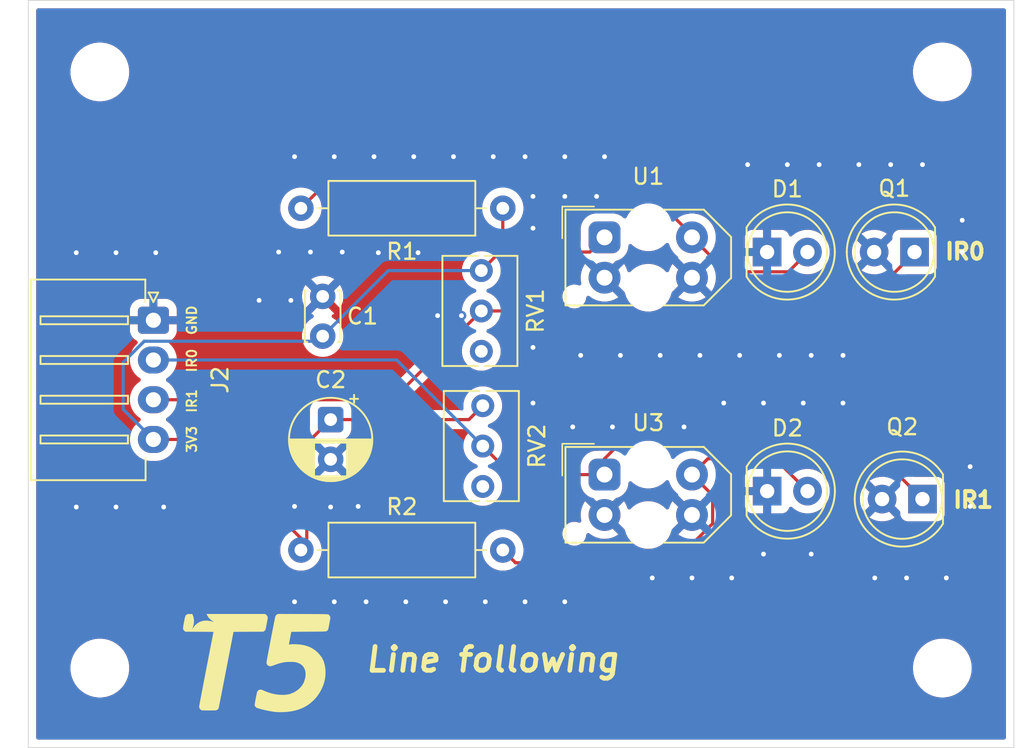
<source format=kicad_pcb>
(kicad_pcb (version 20241229) (generator "pcbnew") (generator_version "9.0")
  (layers (0 "F.Cu" signal) (2 "B.Cu" signal) (13 "F.Paste" user) (15 "B.Paste" user) (5 "F.SilkS" user "F.Silkscreen") (7 "B.SilkS" user "B.Silkscreen") (1 "F.Mask" user) (3 "B.Mask" user) (25 "Edge.Cuts" user))
  (net 0 "")
  (net 1 "+3V3")
  (net 2 "GND")
  (net 3 "Net-(D1-A)")
  (net 4 "Net-(D2-A)")
  (net 7 "Net-(J2-Pin_2)")
  (net 8 "Net-(J2-Pin_3)")
  (footprint "Capacitor_THT:C_Disc_D3.0mm_W2.0mm_P2.50mm" (layer "F.Cu") (at 106.02 103.62 90)
    (property "Reference" "C1" (at 1.25 2.5 0) (layer "F.SilkS"))
    (property "Value" "100nF")
    (fp_line (start 2.87 -1.12) (end 2.87 -0.972) (stroke (width 0.12)) (layer "F.SilkS"))
    (fp_line (start -0.37 -1.12) (end 2.87 -1.12) (stroke (width 0.12)) (layer "F.SilkS"))
    (fp_line (start -0.37 -1.12) (end -0.37 -0.972) (stroke (width 0.12)) (layer "F.SilkS"))
    (fp_line (start 2.87 0.972) (end 2.87 1.12) (stroke (width 0.12)) (layer "F.SilkS"))
    (fp_line (start -0.37 0.972) (end -0.37 1.12) (stroke (width 0.12)) (layer "F.SilkS"))
    (fp_line (start -0.37 1.12) (end 2.87 1.12) (stroke (width 0.12)) (layer "F.SilkS"))
    (pad "1" thru_hole circle (at 0 0 90) (size 1.6 1.6) (drill 0.8) (layers "*.Cu" "*.Mask") (net 1 "+3V3"))
    (pad "2" thru_hole circle (at 2.5 0 90) (size 1.6 1.6) (drill 0.8) (layers "*.Cu" "*.Mask") (net 2 "GND"))
  )
  (footprint "Resistor_THT:R_Axial_DIN0309_L9.0mm_D3.2mm_P12.70mm_Horizontal" (layer "F.Cu") (at 104.65 117.075)
    (property "Reference" "R2" (at 6.35 -2.72 0) (layer "F.SilkS"))
    (property "Value" "330")
    (fp_line (start 1.04 0) (end 1.73 0) (stroke (width 0.12)) (layer "F.SilkS"))
    (fp_line (start 11.66 0) (end 10.97 0) (stroke (width 0.12)) (layer "F.SilkS"))
    (fp_rect (start 1.73 -1.72) (end 10.97 1.72) (stroke (width 0.12)) (fill no) (layer "F.SilkS"))
    (pad "1" thru_hole circle (at 0 0) (size 1.6 1.6) (drill 0.8) (layers "*.Cu" "*.Mask") (net 1 "+3V3"))
    (pad "2" thru_hole circle (at 12.7 0) (size 1.6 1.6) (drill 0.8) (layers "*.Cu" "*.Mask") (net 4 "Net-(D2-A)"))
  )
  (footprint "Capacitor_THT:CP_Radial_D5.0mm_P2.50mm" (layer "F.Cu") (at 106.52 108.87 -90)
    (property "Reference" "C2" (at -2.5 0 0) (layer "F.SilkS"))
    (property "Value" "1uF")
    (fp_line (start 1.49 1.04) (end 1.49 2.569) (stroke (width 0.12)) (layer "F.SilkS"))
    (fp_line (start 1.53 1.04) (end 1.53 2.565) (stroke (width 0.12)) (layer "F.SilkS"))
    (fp_line (start 1.57 1.04) (end 1.57 2.56) (stroke (width 0.12)) (layer "F.SilkS"))
    (fp_line (start 1.61 1.04) (end 1.61 2.555) (stroke (width 0.12)) (layer "F.SilkS"))
    (fp_line (start 1.65 1.04) (end 1.65 2.549) (stroke (width 0.12)) (layer "F.SilkS"))
    (fp_line (start 1.69 1.04) (end 1.69 2.543) (stroke (width 0.12)) (layer "F.SilkS"))
    (fp_line (start 1.73 1.04) (end 1.73 2.536) (stroke (width 0.12)) (layer "F.SilkS"))
    (fp_line (start 1.77 1.04) (end 1.77 2.528) (stroke (width 0.12)) (layer "F.SilkS"))
    (fp_line (start 1.81 1.04) (end 1.81 2.519) (stroke (width 0.12)) (layer "F.SilkS"))
    (fp_line (start 1.85 1.04) (end 1.85 2.51) (stroke (width 0.12)) (layer "F.SilkS"))
    (fp_line (start 1.89 1.04) (end 1.89 2.501) (stroke (width 0.12)) (layer "F.SilkS"))
    (fp_line (start 1.93 1.04) (end 1.93 2.49) (stroke (width 0.12)) (layer "F.SilkS"))
    (fp_line (start 1.97 1.04) (end 1.97 2.479) (stroke (width 0.12)) (layer "F.SilkS"))
    (fp_line (start 2.01 1.04) (end 2.01 2.467) (stroke (width 0.12)) (layer "F.SilkS"))
    (fp_line (start 2.05 1.04) (end 2.05 2.455) (stroke (width 0.12)) (layer "F.SilkS"))
    (fp_line (start 2.09 1.04) (end 2.09 2.442) (stroke (width 0.12)) (layer "F.SilkS"))
    (fp_line (start 2.13 1.04) (end 2.13 2.428) (stroke (width 0.12)) (layer "F.SilkS"))
    (fp_line (start 2.17 1.04) (end 2.17 2.413) (stroke (width 0.12)) (layer "F.SilkS"))
    (fp_line (start 2.21 1.04) (end 2.21 2.398) (stroke (width 0.12)) (layer "F.SilkS"))
    (fp_line (start 2.25 1.04) (end 2.25 2.382) (stroke (width 0.12)) (layer "F.SilkS"))
    (fp_line (start 2.29 1.04) (end 2.29 2.365) (stroke (width 0.12)) (layer "F.SilkS"))
    (fp_line (start 2.33 1.04) (end 2.33 2.347) (stroke (width 0.12)) (layer "F.SilkS"))
    (fp_line (start 2.37 1.04) (end 2.37 2.329) (stroke (width 0.12)) (layer "F.SilkS"))
    (fp_line (start 2.41 1.04) (end 2.41 2.309) (stroke (width 0.12)) (layer "F.SilkS"))
    (fp_line (start 2.45 1.04) (end 2.45 2.289) (stroke (width 0.12)) (layer "F.SilkS"))
    (fp_line (start 2.49 1.04) (end 2.49 2.268) (stroke (width 0.12)) (layer "F.SilkS"))
    (fp_line (start 2.53 1.04) (end 2.53 2.246) (stroke (width 0.12)) (layer "F.SilkS"))
    (fp_line (start 2.57 1.04) (end 2.57 2.223) (stroke (width 0.12)) (layer "F.SilkS"))
    (fp_line (start 2.61 1.04) (end 2.61 2.199) (stroke (width 0.12)) (layer "F.SilkS"))
    (fp_line (start 2.65 1.04) (end 2.65 2.175) (stroke (width 0.12)) (layer "F.SilkS"))
    (fp_line (start 2.69 1.04) (end 2.69 2.149) (stroke (width 0.12)) (layer "F.SilkS"))
    (fp_line (start 2.73 1.04) (end 2.73 2.122) (stroke (width 0.12)) (layer "F.SilkS"))
    (fp_line (start 2.77 1.04) (end 2.77 2.094) (stroke (width 0.12)) (layer "F.SilkS"))
    (fp_line (start 2.81 1.04) (end 2.81 2.065) (stroke (width 0.12)) (layer "F.SilkS"))
    (fp_line (start 2.85 1.04) (end 2.85 2.035) (stroke (width 0.12)) (layer "F.SilkS"))
    (fp_line (start 2.89 1.04) (end 2.89 2.003) (stroke (width 0.12)) (layer "F.SilkS"))
    (fp_line (start 2.93 1.04) (end 2.93 1.97) (stroke (width 0.12)) (layer "F.SilkS"))
    (fp_line (start 2.97 1.04) (end 2.97 1.936) (stroke (width 0.12)) (layer "F.SilkS"))
    (fp_line (start 3.01 1.04) (end 3.01 1.901) (stroke (width 0.12)) (layer "F.SilkS"))
    (fp_line (start 3.05 1.04) (end 3.05 1.864) (stroke (width 0.12)) (layer "F.SilkS"))
    (fp_line (start 3.09 1.04) (end 3.09 1.825) (stroke (width 0.12)) (layer "F.SilkS"))
    (fp_line (start 3.13 1.04) (end 3.13 1.785) (stroke (width 0.12)) (layer "F.SilkS"))
    (fp_line (start 3.17 1.04) (end 3.17 1.743) (stroke (width 0.12)) (layer "F.SilkS"))
    (fp_line (start 3.21 1.04) (end 3.21 1.699) (stroke (width 0.12)) (layer "F.SilkS"))
    (fp_line (start 3.25 1.04) (end 3.25 1.652) (stroke (width 0.12)) (layer "F.SilkS"))
    (fp_line (start 3.29 1.04) (end 3.29 1.604) (stroke (width 0.12)) (layer "F.SilkS"))
    (fp_line (start 3.33 1.04) (end 3.33 1.553) (stroke (width 0.12)) (layer "F.SilkS"))
    (fp_line (start 3.37 1.04) (end 3.37 1.499) (stroke (width 0.12)) (layer "F.SilkS"))
    (fp_line (start 3.41 1.04) (end 3.41 1.443) (stroke (width 0.12)) (layer "F.SilkS"))
    (fp_line (start 3.45 1.04) (end 3.45 1.383) (stroke (width 0.12)) (layer "F.SilkS"))
    (fp_line (start 3.49 1.04) (end 3.49 1.319) (stroke (width 0.12)) (layer "F.SilkS"))
    (fp_line (start 3.53 1.04) (end 3.53 1.251) (stroke (width 0.12)) (layer "F.SilkS"))
    (fp_line (start 3.85 -0.283) (end 3.85 0.283) (stroke (width 0.12)) (layer "F.SilkS"))
    (fp_line (start 3.81 -0.517) (end 3.81 0.517) (stroke (width 0.12)) (layer "F.SilkS"))
    (fp_line (start 3.77 -0.677) (end 3.77 0.677) (stroke (width 0.12)) (layer "F.SilkS"))
    (fp_line (start 3.73 -0.805) (end 3.73 0.805) (stroke (width 0.12)) (layer "F.SilkS"))
    (fp_line (start 3.69 -0.914) (end 3.69 0.914) (stroke (width 0.12)) (layer "F.SilkS"))
    (fp_line (start 3.65 -1.011) (end 3.65 1.011) (stroke (width 0.12)) (layer "F.SilkS"))
    (fp_line (start 3.61 -1.098) (end 3.61 1.098) (stroke (width 0.12)) (layer "F.SilkS"))
    (fp_line (start 3.57 -1.177) (end 3.57 1.177) (stroke (width 0.12)) (layer "F.SilkS"))
    (fp_line (start 3.53 -1.251) (end 3.53 -1.04) (stroke (width 0.12)) (layer "F.SilkS"))
    (fp_line (start 3.49 -1.319) (end 3.49 -1.04) (stroke (width 0.12)) (layer "F.SilkS"))
    (fp_line (start 3.45 -1.383) (end 3.45 -1.04) (stroke (width 0.12)) (layer "F.SilkS"))
    (fp_line (start 3.41 -1.443) (end 3.41 -1.04) (stroke (width 0.12)) (layer "F.SilkS"))
    (fp_line (start -1.554775 -1.475) (end -1.054775 -1.475) (stroke (width 0.12)) (layer "F.SilkS"))
    (fp_line (start 3.37 -1.499) (end 3.37 -1.04) (stroke (width 0.12)) (layer "F.SilkS"))
    (fp_line (start 3.33 -1.553) (end 3.33 -1.04) (stroke (width 0.12)) (layer "F.SilkS"))
    (fp_line (start 3.29 -1.604) (end 3.29 -1.04) (stroke (width 0.12)) (layer "F.SilkS"))
    (fp_line (start 3.25 -1.652) (end 3.25 -1.04) (stroke (width 0.12)) (layer "F.SilkS"))
    (fp_line (start 3.21 -1.699) (end 3.21 -1.04) (stroke (width 0.12)) (layer "F.SilkS"))
    (fp_line (start -1.304775 -1.725) (end -1.304775 -1.225) (stroke (width 0.12)) (layer "F.SilkS"))
    (fp_line (start 3.17 -1.743) (end 3.17 -1.04) (stroke (width 0.12)) (layer "F.SilkS"))
    (fp_line (start 3.13 -1.785) (end 3.13 -1.04) (stroke (width 0.12)) (layer "F.SilkS"))
    (fp_line (start 3.09 -1.825) (end 3.09 -1.04) (stroke (width 0.12)) (layer "F.SilkS"))
    (fp_line (start 3.05 -1.864) (end 3.05 -1.04) (stroke (width 0.12)) (layer "F.SilkS"))
    (fp_line (start 3.01 -1.901) (end 3.01 -1.04) (stroke (width 0.12)) (layer "F.SilkS"))
    (fp_line (start 2.97 -1.936) (end 2.97 -1.04) (stroke (width 0.12)) (layer "F.SilkS"))
    (fp_line (start 2.93 -1.97) (end 2.93 -1.04) (stroke (width 0.12)) (layer "F.SilkS"))
    (fp_line (start 2.89 -2.003) (end 2.89 -1.04) (stroke (width 0.12)) (layer "F.SilkS"))
    (fp_line (start 2.85 -2.035) (end 2.85 -1.04) (stroke (width 0.12)) (layer "F.SilkS"))
    (fp_line (start 2.81 -2.065) (end 2.81 -1.04) (stroke (width 0.12)) (layer "F.SilkS"))
    (fp_line (start 2.77 -2.094) (end 2.77 -1.04) (stroke (width 0.12)) (layer "F.SilkS"))
    (fp_line (start 2.73 -2.122) (end 2.73 -1.04) (stroke (width 0.12)) (layer "F.SilkS"))
    (fp_line (start 2.69 -2.149) (end 2.69 -1.04) (stroke (width 0.12)) (layer "F.SilkS"))
    (fp_line (start 2.65 -2.175) (end 2.65 -1.04) (stroke (width 0.12)) (layer "F.SilkS"))
    (fp_line (start 2.61 -2.199) (end 2.61 -1.04) (stroke (width 0.12)) (layer "F.SilkS"))
    (fp_line (start 2.57 -2.223) (end 2.57 -1.04) (stroke (width 0.12)) (layer "F.SilkS"))
    (fp_line (start 2.53 -2.246) (end 2.53 -1.04) (stroke (width 0.12)) (layer "F.SilkS"))
    (fp_line (start 2.49 -2.268) (end 2.49 -1.04) (stroke (width 0.12)) (layer "F.SilkS"))
    (fp_line (start 2.45 -2.289) (end 2.45 -1.04) (stroke (width 0.12)) (layer "F.SilkS"))
    (fp_line (start 2.41 -2.309) (end 2.41 -1.04) (stroke (width 0.12)) (layer "F.SilkS"))
    (fp_line (start 2.37 -2.329) (end 2.37 -1.04) (stroke (width 0.12)) (layer "F.SilkS"))
    (fp_line (start 2.33 -2.347) (end 2.33 -1.04) (stroke (width 0.12)) (layer "F.SilkS"))
    (fp_line (start 2.29 -2.365) (end 2.29 -1.04) (stroke (width 0.12)) (layer "F.SilkS"))
    (fp_line (start 2.25 -2.382) (end 2.25 -1.04) (stroke (width 0.12)) (layer "F.SilkS"))
    (fp_line (start 2.21 -2.398) (end 2.21 -1.04) (stroke (width 0.12)) (layer "F.SilkS"))
    (fp_line (start 2.17 -2.413) (end 2.17 -1.04) (stroke (width 0.12)) (layer "F.SilkS"))
    (fp_line (start 2.13 -2.428) (end 2.13 -1.04) (stroke (width 0.12)) (layer "F.SilkS"))
    (fp_line (start 2.09 -2.442) (end 2.09 -1.04) (stroke (width 0.12)) (layer "F.SilkS"))
    (fp_line (start 2.05 -2.455) (end 2.05 -1.04) (stroke (width 0.12)) (layer "F.SilkS"))
    (fp_line (start 2.01 -2.467) (end 2.01 -1.04) (stroke (width 0.12)) (layer "F.SilkS"))
    (fp_line (start 1.97 -2.479) (end 1.97 -1.04) (stroke (width 0.12)) (layer "F.SilkS"))
    (fp_line (start 1.93 -2.49) (end 1.93 -1.04) (stroke (width 0.12)) (layer "F.SilkS"))
    (fp_line (start 1.89 -2.501) (end 1.89 -1.04) (stroke (width 0.12)) (layer "F.SilkS"))
    (fp_line (start 1.85 -2.51) (end 1.85 -1.04) (stroke (width 0.12)) (layer "F.SilkS"))
    (fp_line (start 1.81 -2.519) (end 1.81 -1.04) (stroke (width 0.12)) (layer "F.SilkS"))
    (fp_line (start 1.77 -2.528) (end 1.77 -1.04) (stroke (width 0.12)) (layer "F.SilkS"))
    (fp_line (start 1.73 -2.536) (end 1.73 -1.04) (stroke (width 0.12)) (layer "F.SilkS"))
    (fp_line (start 1.69 -2.543) (end 1.69 -1.04) (stroke (width 0.12)) (layer "F.SilkS"))
    (fp_line (start 1.65 -2.549) (end 1.65 -1.04) (stroke (width 0.12)) (layer "F.SilkS"))
    (fp_line (start 1.61 -2.555) (end 1.61 -1.04) (stroke (width 0.12)) (layer "F.SilkS"))
    (fp_line (start 1.57 -2.56) (end 1.57 -1.04) (stroke (width 0.12)) (layer "F.SilkS"))
    (fp_line (start 1.53 -2.565) (end 1.53 -1.04) (stroke (width 0.12)) (layer "F.SilkS"))
    (fp_line (start 1.49 -2.569) (end 1.49 -1.04) (stroke (width 0.12)) (layer "F.SilkS"))
    (fp_line (start 1.45 -2.572) (end 1.45 2.572) (stroke (width 0.12)) (layer "F.SilkS"))
    (fp_line (start 1.41 -2.575) (end 1.41 2.575) (stroke (width 0.12)) (layer "F.SilkS"))
    (fp_line (start 1.37 -2.577) (end 1.37 2.577) (stroke (width 0.12)) (layer "F.SilkS"))
    (fp_line (start 1.33 -2.579) (end 1.33 2.579) (stroke (width 0.12)) (layer "F.SilkS"))
    (fp_line (start 1.25 -2.58) (end 1.25 2.58) (stroke (width 0.12)) (layer "F.SilkS"))
    (fp_line (start 1.29 -2.58) (end 1.29 2.58) (stroke (width 0.12)) (layer "F.SilkS"))
    (fp_circle (center 1.25 0) (end 3.87 0) (stroke (width 0.12)) (fill no) (layer "F.SilkS"))
    (pad "1" thru_hole roundrect (at 0 0 270) (size 1.6 1.6) (drill 0.8) (layers "*.Cu" "*.Mask") (roundrect_rratio 0.15625) (net 1 "+3V3"))
    (pad "2" thru_hole circle (at 2.5 0 270) (size 1.6 1.6) (drill 0.8) (layers "*.Cu" "*.Mask") (net 2 "GND"))
  )
  (footprint "MountingHole:MountingHole_3.2mm_M3_DIN965" (layer "F.Cu") (at 145 124.5)
    (property "Reference" "H8" (hide yes))
    (property "Value" "MountingHole")
    (pad "" np_thru_hole circle (at 0 0) (size 3.2 3.2) (drill 3.2) (layers "*.Cu" "*.Mask"))
  )
  (footprint "LED_THT:LED_D5.0mm" (layer "F.Cu") (at 133.98 113.37)
    (property "Reference" "D2" (at 1.27 -3.96 0) (layer "F.SilkS"))
    (property "Value" "IR204A")
    (fp_line (start -1.29 -1.545) (end -1.29 1.545) (stroke (width 0.12)) (layer "F.SilkS"))
    (fp_arc (start -1.29 -1.54483) (mid 2.071779 -2.880495) (end 4.26 0) (stroke (width 0.12)) (layer "F.SilkS"))
    (fp_arc (start 4.26 0) (mid 2.071779 2.880495) (end -1.29 1.54483) (stroke (width 0.12)) (layer "F.SilkS"))
    (fp_circle (center 1.27 0) (end 3.77 0) (stroke (width 0.12)) (fill no) (layer "F.SilkS"))
    (pad "1" thru_hole rect (at 0 0) (size 1.8 1.8) (drill 0.9) (layers "*.Cu" "*.Mask") (net 2 "GND"))
    (pad "2" thru_hole circle (at 2.54 0) (size 1.8 1.8) (drill 0.9) (layers "*.Cu" "*.Mask") (net 4 "Net-(D2-A)"))
  )
  (footprint "OptoDevice:Vishay_TCRT5000" (layer "F.Cu") (at 123.75 97.405)
    (property "Reference" "U1" (at 2.75 -3.83 0) (layer "F.SilkS"))
    (property "Value" "TCRT5000L")
    (fp_line (start -2.66 -1.94) (end -2.66 0.06) (stroke (width 0.1)) (layer "F.SilkS"))
    (fp_line (start -2.66 -1.94) (end -0.66 -1.94) (stroke (width 0.1)) (layer "F.SilkS"))
    (fp_line (start -2.46 -1.74) (end -2.46 4.28) (stroke (width 0.12)) (layer "F.SilkS"))
    (fp_line (start -2.46 -1.74) (end 1.75 -1.74) (stroke (width 0.12)) (layer "F.SilkS"))
    (fp_line (start -2.46 4.28) (end 1.75 4.28) (stroke (width 0.12)) (layer "F.SilkS"))
    (fp_line (start 3.75 -1.74) (end 6.245 -1.74) (stroke (width 0.12)) (layer "F.SilkS"))
    (fp_line (start 3.75 4.28) (end 6.24 4.28) (stroke (width 0.12)) (layer "F.SilkS"))
    (fp_line (start 7.96 -0.0255) (end 6.245 -1.74) (stroke (width 0.12)) (layer "F.SilkS"))
    (fp_line (start 7.96 2.56) (end 6.24 4.28) (stroke (width 0.12)) (layer "F.SilkS"))
    (fp_line (start 7.96 2.56) (end 7.96 -0.0255) (stroke (width 0.12)) (layer "F.SilkS"))
    (pad "" np_thru_hole circle (at -1.9 3.72) (size 1 1) (drill 1) (layers "*.Cu" "*.Mask"))
    (pad "" np_thru_hole circle (at 2.75 -0.63) (size 2.5 2.5) (drill 2.5) (layers "*.Cu" "*.Mask"))
    (pad "" np_thru_hole circle (at 2.75 3.17) (size 2.5 2.5) (drill 2.5) (layers "*.Cu" "*.Mask"))
    (pad "1" thru_hole roundrect (at 0 0) (size 2 2) (drill 1) (layers "*.Cu" "*.Mask") (net 8 "Net-(J2-Pin_3)"))
    (pad "2" thru_hole circle (at 0 2.54) (size 2 2) (drill 1) (layers "*.Cu" "*.Mask") (net 2 "GND"))
    (pad "3" thru_hole circle (at 5.5 2.54) (size 2 2) (drill 1) (layers "*.Cu" "*.Mask") (net 2 "GND"))
    (pad "4" thru_hole circle (at 5.5 0) (size 2 2) (drill 1) (layers "*.Cu" "*.Mask") (net 3 "Net-(D1-A)"))
  )
  (footprint "Potentiometer_THT:Potentiometer_Bourns_3266Y_Vertical" (layer "F.Cu") (at 116 104.575 -90)
    (property "Reference" "RV1" (at -2.54 -3.41 90) (layer "F.SilkS"))
    (property "Value" "100k")
    (fp_line (start -6.005 2.45) (end 0.925 2.45) (stroke (width 0.12)) (layer "F.SilkS"))
    (fp_line (start -6.005 0.217) (end -6.005 2.45) (stroke (width 0.12)) (layer "F.SilkS"))
    (fp_line (start 0.925 0.217) (end 0.925 2.45) (stroke (width 0.12)) (layer "F.SilkS"))
    (fp_line (start -6.005 -2.27) (end -6.005 -0.217) (stroke (width 0.12)) (layer "F.SilkS"))
    (fp_line (start -6.005 -2.27) (end 0.925 -2.27) (stroke (width 0.12)) (layer "F.SilkS"))
    (fp_line (start 0.925 -2.27) (end 0.925 -0.217) (stroke (width 0.12)) (layer "F.SilkS"))
    (pad "1" thru_hole circle (at 0 0 270) (size 1.44 1.44) (drill 0.8) (layers "*.Cu" "*.Mask"))
    (pad "2" thru_hole circle (at -2.54 0 270) (size 1.44 1.44) (drill 0.8) (layers "*.Cu" "*.Mask") (net 8 "Net-(J2-Pin_3)"))
    (pad "3" thru_hole circle (at -5.08 0 270) (size 1.44 1.44) (drill 0.8) (layers "*.Cu" "*.Mask") (net 1 "+3V3"))
  )
  (footprint "LED_THT:LED_D5.0mm_Clear" (layer "F.Cu") (at 143.25 98.33 180)
    (property "Reference" "Q1" (at 1.275 4 0) (layer "F.SilkS"))
    (property "Value" "BPW40")
    (fp_line (start -1.29 -1.545) (end -1.29 1.545) (stroke (width 0.12)) (layer "F.SilkS"))
    (fp_arc (start 4.26 0) (mid 2.071779 2.880495) (end -1.29 1.54483) (stroke (width 0.12)) (layer "F.SilkS"))
    (fp_arc (start -1.29 -1.54483) (mid 2.071779 -2.880495) (end 4.26 0) (stroke (width 0.12)) (layer "F.SilkS"))
    (fp_circle (center 1.27 0) (end 3.77 0) (stroke (width 0.12)) (fill no) (layer "F.SilkS"))
    (pad "1" thru_hole rect (at 0 0 180) (size 1.8 1.8) (drill 0.9) (layers "*.Cu" "*.Mask") (net 8 "Net-(J2-Pin_3)"))
    (pad "2" thru_hole circle (at 2.54 0 180) (size 1.8 1.8) (drill 0.9) (layers "*.Cu" "*.Mask") (net 2 "GND"))
  )
  (footprint "MountingHole:MountingHole_3.2mm_M3_DIN965" (layer "F.Cu") (at 145 87)
    (property "Reference" "H6" (hide yes))
    (property "Value" "MountingHole")
    (pad "" np_thru_hole circle (at 0 0) (size 3.2 3.2) (drill 3.2) (layers "*.Cu" "*.Mask"))
  )
  (footprint "GS_Virtual:ENPH253_Logo" (layer "F.Cu") (at 102.235 123.952)
    (property "Reference" "S1" (hide yes))
    (property "Value" "Logo" (hide yes))
    (fp_poly (pts (xy -4.399334 -2.813693) (xy -4.352667 -2.70032) (xy -4.323026 -2.576617) (xy -4.310467 -2.442844) (xy -4.31 -2.410226) (xy -4.315231 -2.306764) (xy -4.330086 -2.200858) (xy -4.353314 -2.098304) (xy -4.383661 -2.0049) (xy -4.410961 -1.943117) (xy -4.42316 -1.916846) (xy -4.42529 -1.906276) (xy -4.418358 -1.910455) (xy -4.403374 -1.92843) (xy -4.381345 -1.959251) (xy -4.36039 -1.990869) (xy -4.281195 -2.096783) (xy -4.187794 -2.192792) (xy -4.083664 -2.275832) (xy -3.97228 -2.342839) (xy -3.947206 -2.355097) (xy -3.852981 -2.393637) (xy -3.759452 -2.41954) (xy -3.660268 -2.434163) (xy -3.555 -2.438841) (xy -3.475749 -2.437458) (xy -3.40266 -2.431831) (xy -3.331153 -2.421053) (xy -3.256647 -2.404214) (xy -3.174561 -2.380406) (xy -3.080315 -2.348722) (xy -3.055 -2.33971) (xy -3.05379 -2.341284) (xy -3.067039 -2.351438) (xy -3.09216 -2.368289) (xy -3.11 -2.37967) (xy -3.229056 -2.463967) (xy -3.329735 -2.555734) (xy -3.412347 -2.655308) (xy -3.477199 -2.763024) (xy -3.493802 -2.798249) (xy -3.5189 -2.855) (xy -1.686414 -2.855001) (xy 0.146073 -2.855001) (xy 0.197222 -2.829512) (xy 0.250296 -2.79268) (xy 0.291994 -2.742802) (xy 0.319494 -2.684361) (xy 0.329973 -2.621841) (xy 0.33 -2.61859) (xy 0.32818 -2.601006) (xy 0.323008 -2.56629) (xy 0.314914 -2.51695) (xy 0.304328 -2.455492) (xy 0.291681 -2.384424) (xy 0.277404 -2.306253) (xy 0.264544 -2.237347) (xy 0.245338 -2.136257) (xy 0.228917 -2.052838) (xy 0.214551 -1.985073) (xy 0.201509 -1.930945) (xy 0.189063 -1.888436) (xy 0.176481 -1.855529) (xy 0.163034 -1.830207) (xy 0.147991 -1.810452) (xy 0.130624 -1.794247) (xy 0.110201 -1.779575) (xy 0.095524 -1.770265) (xy 0.046578 -1.74) (xy -0.888702 -1.735) (xy -1.823983 -1.73) (xy -2.28563 0.657142) (xy -2.327337 0.872663) (xy -2.368133 1.0832) (xy -2.40785 1.287897) (xy -2.44632 1.485896) (xy -2.483375 1.676339) (xy -2.518847 1.85837) (xy -2.552566 2.031129) (xy -2.584366 2.193761) (xy -2.614077 2.345406) (xy -2.641533 2.485209) (xy -2.666563 2.612311) (xy -2.689001 2.725855) (xy -2.708678 2.824983) (xy -2.725425 2.908837) (xy -2.739075 2.976561) (xy -2.74946 3.027297) (xy -2.75641 3.060187) (xy -2.759759 3.074373) (xy -2.759878 3.074705) (xy -2.783568 3.113086) (xy -2.819885 3.150969) (xy -2.862225 3.182365) (xy -2.897141 3.199182) (xy -2.911189 3.203141) (xy -2.929159 3.206383) (xy -2.952979 3.208971) (xy -2.98458 3.210965) (xy -3.025889 3.212429) (xy -3.078836 3.213423) (xy -3.145349 3.21401) (xy -3.227359 3.21425) (xy -3.326793 3.214207) (xy -3.364282 3.21414) (xy -3.454989 3.213779) (xy -3.540168 3.213101) (xy -3.617588 3.212151) (xy -3.685018 3.21097) (xy -3.740227 3.209601) (xy -3.780984 3.208086) (xy -3.805056 3.206468) (xy -3.810065 3.205656) (xy -3.874646 3.176486) (xy -3.926164 3.133266) (xy -3.962934 3.078052) (xy -3.983267 3.012898) (xy -3.985939 2.991374) (xy -3.985551 2.980979) (xy -3.983303 2.961595) (xy -3.979087 2.932642) (xy -3.972792 2.89354) (xy -3.964311 2.843708) (xy -3.953533 2.782565) (xy -3.940351 2.709533) (xy -3.924654 2.624029) (xy -3.906335 2.525475) (xy -3.885283 2.413289) (xy -3.86139 2.286891) (xy -3.834547 2.145702) (xy -3.804645 1.98914) (xy -3.771575 1.816625) (xy -3.735227 1.627577) (xy -3.695492 1.421415) (xy -3.652262 1.19756) (xy -3.605428 0.955431) (xy -3.55488 0.694448) (xy -3.537543 0.605) (xy -3.084886 -1.73) (xy -3.966586 -1.735) (xy -4.848287 -1.74) (xy -4.891364 -1.77028) (xy -4.924204 -1.797948) (xy -4.955385 -1.831378) (xy -4.964419 -1.843211) (xy -4.977681 -1.863976) (xy -4.987795 -1.885509) (xy -4.994651 -1.909835) (xy -4.998135 -1.938979) (xy -4.998138 -1.974966) (xy -4.994546 -2.019823) (xy -4.987249 -2.075573) (xy -4.976135 -2.144242) (xy -4.961093 -2.227855) (xy -4.94201 -2.328437) (xy -4.935971 -2.359697) (xy -4.916405 -2.459817) (xy -4.899675 -2.542303) (xy -4.885024 -2.609199) (xy -4.871697 -2.662545) (xy -4.858936 -2.704383) (xy -4.845986 -2.736755) (xy -4.83209 -2.761703) (xy -4.816492 -2.781269) (xy -4.798436 -2.797494) (xy -4.777166 -2.812421) (xy -4.765572 -2.819736) (xy -4.745876 -2.831484) (xy -4.72834 -2.839802) (xy -4.708923 -2.845379) (xy -4.683584 -2.848902) (xy -4.648284 -2.851058) (xy -4.598982 -2.852536) (xy -4.568903 -2.853212) (xy -4.421133 -2.856424)) (fill yes) (layer "F.SilkS"))
    (fp_poly (pts (xy 2.535194 -2.852539) (xy 2.744263 -2.851836) (xy 2.934274 -2.85121) (xy 3.106169 -2.850625) (xy 3.26089 -2.850043) (xy 3.399381 -2.849428) (xy 3.522581 -2.848741) (xy 3.631434 -2.847945) (xy 3.726882 -2.847004) (xy 3.809866 -2.845881) (xy 3.881329 -2.844536) (xy 3.942213 -2.842935) (xy 3.993459 -2.841039) (xy 4.03601 -2.838811) (xy 4.070807 -2.836214) (xy 4.098794 -2.83321) (xy 4.120911 -2.829763) (xy 4.138101 -2.825835) (xy 4.151306 -2.821389) (xy 4.161468 -2.816388) (xy 4.169529 -2.810794) (xy 4.176431 -2.80457) (xy 4.183115 -2.797679) (xy 4.190525 -2.790084) (xy 4.193764 -2.78697) (xy 4.223034 -2.750874) (xy 4.247895 -2.704717) (xy 4.264642 -2.656644) (xy 4.26973 -2.62) (xy 4.267904 -2.600859) (xy 4.262751 -2.564662) (xy 4.254704 -2.513999) (xy 4.244194 -2.451458) (xy 4.231656 -2.379627) (xy 4.217521 -2.301095) (xy 4.205849 -2.237833) (xy 4.187444 -2.139898) (xy 4.171857 -2.059583) (xy 4.158425 -1.994813) (xy 4.146485 -1.943514) (xy 4.135372 -1.903609) (xy 4.124424 -1.873025) (xy 4.112977 -1.849687) (xy 4.100368 -1.83152) (xy 4.085934 -1.816449) (xy 4.069011 -1.802399) (xy 4.065865 -1.799983) (xy 4.055401 -1.791901) (xy 4.045634 -1.7847) (xy 4.035405 -1.778319) (xy 4.023559 -1.7727) (xy 4.00894 -1.767785) (xy 3.990389 -1.763516) (xy 3.966751 -1.759834) (xy 3.936869 -1.75668) (xy 3.899587 -1.753996) (xy 3.853747 -1.751723) (xy 3.798194 -1.749804) (xy 3.73177 -1.748179) (xy 3.653318 -1.74679) (xy 3.561684 -1.745578) (xy 3.455708 -1.744486) (xy 3.334236 -1.743454) (xy 3.19611 -1.742424) (xy 3.040174 -1.741338) (xy 2.885 -1.740274) (xy 2.74048 -1.739254) (xy 2.601655 -1.738232) (xy 2.469825 -1.737219) (xy 2.346287 -1.736226) (xy 2.232341 -1.735266) (xy 2.129284 -1.73435) (xy 2.038415 -1.73349) (xy 1.961033 -1.732699) (xy 1.898436 -1.731988) (xy 1.851923 -1.731369) (xy 1.822793 -1.730853) (xy 1.812343 -1.730454) (xy 1.812335 -1.730449) (xy 1.809309 -1.719865) (xy 1.803201 -1.69224) (xy 1.794493 -1.650121) (xy 1.783667 -1.596054) (xy 1.771205 -1.532585) (xy 1.757588 -1.46226) (xy 1.743298 -1.387626) (xy 1.728816 -1.311229) (xy 1.714625 -1.235615) (xy 1.701206 -1.16333) (xy 1.689041 -1.09692) (xy 1.678611 -1.038933) (xy 1.670398 -0.991913) (xy 1.664884 -0.958407) (xy 1.662551 -0.940962) (xy 1.662616 -0.939051) (xy 1.674244 -0.937783) (xy 1.70111 -0.938766) (xy 1.738609 -0.941758) (xy 1.7636 -0.944339) (xy 1.895539 -0.953875) (xy 2.040069 -0.95513) (xy 2.191761 -0.948502) (xy 2.345188 -0.934391) (xy 2.494922 -0.913193) (xy 2.635533 -0.885307) (xy 2.665 -0.878241) (xy 2.840125 -0.825391) (xy 3.007002 -0.75624) (xy 3.164078 -0.671788) (xy 3.309801 -0.573035) (xy 3.442618 -0.460982) (xy 3.560977 -0.336629) (xy 3.619496 -0.263159) (xy 3.648584 -0.224543) (xy 3.676103 -0.188727) (xy 3.698071 -0.160864) (xy 3.706729 -0.150341) (xy 3.725427 -0.123682) (xy 3.74915 -0.082972) (xy 3.775609 -0.032777) (xy 3.802518 0.022337) (xy 3.827589 0.077806) (xy 3.848535 0.129063) (xy 3.853651 0.142878) (xy 3.902216 0.303749) (xy 3.937006 0.476016) (xy 3.957762 0.656339) (xy 3.964227 0.841374) (xy 3.956144 1.027778) (xy 3.935209 1.200268) (xy 3.895252 1.390723) (xy 3.836962 1.582683) (xy 3.761564 1.773468) (xy 3.67028 1.960396) (xy 3.564334 2.140786) (xy 3.444951 2.311957) (xy 3.403587 2.365) (xy 3.353545 2.423887) (xy 3.292319 2.490365) (xy 3.224002 2.560418) (xy 3.152689 2.630028) (xy 3.082472 2.695177) (xy 3.017445 2.751851) (xy 2.972927 2.787612) (xy 2.8037 2.905303) (xy 2.623918 3.007942) (xy 2.432659 3.095912) (xy 2.229001 3.169597) (xy 2.012022 3.229381) (xy 1.814046 3.269972) (xy 1.699738 3.28697) (xy 1.570873 3.300877) (xy 1.432688 3.311444) (xy 1.290424 3.318426) (xy 1.149317 3.321575) (xy 1.014608 3.320644) (xy 0.891535 3.315386) (xy 0.875 3.314252) (xy 0.820712 3.309833) (xy 0.768741 3.304726) (xy 0.724951 3.299561) (xy 0.695204 3.294967) (xy 0.695 3.294927) (xy 0.662667 3.288954) (xy 0.618009 3.281286) (xy 0.568476 3.273186) (xy 0.545 3.269491) (xy 0.394224 3.243463) (xy 0.232498 3.210799) (xy 0.067065 3.17316) (xy -0.094829 3.132209) (xy -0.245937 3.089608) (xy -0.267584 3.083069) (xy -0.344862 3.054584) (xy -0.404299 3.020948) (xy -0.447761 2.980429) (xy -0.477113 2.931298) (xy -0.49401 2.872988) (xy -0.493601 2.854846) (xy -0.489516 2.81979) (xy -0.482261 2.770466) (xy -0.472341 2.709519) (xy -0.46026 2.639593) (xy -0.446524 2.563334) (xy -0.431638 2.483387) (xy -0.416107 2.402396) (xy -0.400435 2.323007) (xy -0.385129 2.247864) (xy -0.370692 2.179613) (xy -0.357631 2.120898) (xy -0.346449 2.074365) (xy -0.337653 2.042658) (xy -0.33317 2.030671) (xy -0.294241 1.974059) (xy -0.243177 1.932783) (xy -0.18206 1.908138) (xy -0.125 1.901237) (xy -0.099422 1.901964) (xy -0.075046 1.905396) (xy -0.047841 1.912807) (xy -0.013775 1.925466) (xy 0.031183 1.944646) (xy 0.075 1.964313) (xy 0.299475 2.056893) (xy 0.521337 2.129738) (xy 0.740798 2.182914) (xy 0.86631 2.204656) (xy 0.967273 2.217087) (xy 1.075683 2.226073) (xy 1.185847 2.231411) (xy 1.292068 2.232893) (xy 1.388651 2.230315) (xy 1.45 2.22573) (xy 1.506476 2.219) (xy 1.565243 2.210327) (xy 1.622365 2.200474) (xy 1.673904 2.190206) (xy 1.715924 2.180284) (xy 1.744488 2.171472) (xy 1.753776 2.166853) (xy 1.768452 2.159381) (xy 1.796053 2.147995) (xy 1.83 2.135379) (xy 1.972355 2.074876) (xy 2.109509 1.996543) (xy 2.238119 1.902465) (xy 2.319039 1.830511) (xy 2.413603 1.731618) (xy 2.491575 1.632169) (xy 2.556041 1.528033) (xy 2.580437 1.480663) (xy 2.598421 1.442184) (xy 2.614144 1.404461) (xy 2.628755 1.363894) (xy 2.643404 1.316884) (xy 2.65924 1.259831) (xy 2.677414 1.189135) (xy 2.690818 1.135) (xy 2.696229 1.104911) (xy 2.701478 1.062014) (xy 2.705752 1.01349) (xy 2.707237 0.989955) (xy 2.706236 0.855912) (xy 2.688518 0.731953) (xy 2.654435 0.618633) (xy 2.604339 0.51651) (xy 2.538581 0.426139) (xy 2.457514 0.348078) (xy 2.36149 0.282882) (xy 2.250859 0.231108) (xy 2.220412 0.22014) (xy 2.163903 0.201795) (xy 2.112618 0.187525) (xy 2.062725 0.176847) (xy 2.01039 0.16928) (xy 1.951781 0.164342) (xy 1.883066 0.16155) (xy 1.800411 0.160422) (xy 1.745 0.16034) (xy 1.665137 0.160658) (xy 1.600961 0.161562) (xy 1.548157 0.16335) (xy 1.502414 0.166325) (xy 1.459419 0.170787) (xy 1.414859 0.177037) (xy 1.364422 0.185376) (xy 1.35 0.187891) (xy 1.256638 0.205593) (xy 1.16748 0.225494) (xy 1.078374 0.248787) (xy 0.985166 0.276665) (xy 0.883701 0.310323) (xy 0.769827 0.350953) (xy 0.725 0.367515) (xy 0.677635 0.385129) (xy 0.633722 0.401429) (xy 0.59865 0.414416) (xy 0.58 0.421291) (xy 0.521898 0.433497) (xy 0.458337 0.431909) (xy 0.397911 0.416967) (xy 0.384591 0.411331) (xy 0.326198 0.374387) (xy 0.283995 0.325821) (xy 0.258443 0.266363) (xy 0.25 0.197878) (xy 0.251883 0.181499) (xy 0.257358 0.14686) (xy 0.266164 0.095324) (xy 0.278039 0.028257) (xy 0.292721 -0.052977) (xy 0.309948 -0.147014) (xy 0.32946 -0.252488) (xy 0.350993 -0.368036) (xy 0.374287 -0.492292) (xy 0.39908 -0.623892) (xy 0.425111 -0.761472) (xy 0.452116 -0.903666) (xy 0.479836 -1.049111) (xy 0.508008 -1.196442) (xy 0.536371 -1.344294) (xy 0.564662 -1.491303) (xy 0.592621 -1.636104) (xy 0.619986 -1.777332) (xy 0.646494 -1.913623) (xy 0.671885 -2.043613) (xy 0.695897 -2.165936) (xy 0.718267 -2.279229) (xy 0.738735 -2.382127) (xy 0.757039 -2.473264) (xy 0.772916 -2.551277) (xy 0.786106 -2.614801) (xy 0.796347 -2.662472) (xy 0.803377 -2.692924) (xy 0.806351 -2.703552) (xy 0.838147 -2.762631) (xy 0.88488 -2.808419) (xy 0.932427 -2.835179) (xy 0.985 -2.857883)) (fill yes) (layer "F.SilkS"))
  )
  (footprint "Potentiometer_THT:Potentiometer_Bourns_3266Y_Vertical" (layer "F.Cu") (at 116.09 113.075 -90)
    (property "Reference" "RV2" (at -2.54 -3.41 90) (layer "F.SilkS"))
    (property "Value" "100k")
    (fp_line (start -6.005 2.45) (end 0.925 2.45) (stroke (width 0.12)) (layer "F.SilkS"))
    (fp_line (start -6.005 0.217) (end -6.005 2.45) (stroke (width 0.12)) (layer "F.SilkS"))
    (fp_line (start 0.925 0.217) (end 0.925 2.45) (stroke (width 0.12)) (layer "F.SilkS"))
    (fp_line (start -6.005 -2.27) (end -6.005 -0.217) (stroke (width 0.12)) (layer "F.SilkS"))
    (fp_line (start -6.005 -2.27) (end 0.925 -2.27) (stroke (width 0.12)) (layer "F.SilkS"))
    (fp_line (start 0.925 -2.27) (end 0.925 -0.217) (stroke (width 0.12)) (layer "F.SilkS"))
    (pad "1" thru_hole circle (at 0 0 270) (size 1.44 1.44) (drill 0.8) (layers "*.Cu" "*.Mask"))
    (pad "2" thru_hole circle (at -2.54 0 270) (size 1.44 1.44) (drill 0.8) (layers "*.Cu" "*.Mask") (net 7 "Net-(J2-Pin_2)"))
    (pad "3" thru_hole circle (at -5.08 0 270) (size 1.44 1.44) (drill 0.8) (layers "*.Cu" "*.Mask") (net 1 "+3V3"))
  )
  (footprint "MountingHole:MountingHole_3.2mm_M3_DIN965" (layer "F.Cu") (at 92 87)
    (property "Reference" "H5" (hide yes))
    (property "Value" "MountingHole")
    (pad "" np_thru_hole circle (at 0 0) (size 3.2 3.2) (drill 3.2) (layers "*.Cu" "*.Mask"))
  )
  (footprint "LED_THT:LED_D5.0mm_Clear" (layer "F.Cu") (at 143.75 113.87 180)
    (property "Reference" "Q2" (at 1.275 4.54 0) (layer "F.SilkS"))
    (property "Value" "BPW40")
    (fp_line (start -1.29 -1.545) (end -1.29 1.545) (stroke (width 0.12)) (layer "F.SilkS"))
    (fp_arc (start 4.26 0) (mid 2.071779 2.880495) (end -1.29 1.54483) (stroke (width 0.12)) (layer "F.SilkS"))
    (fp_arc (start -1.29 -1.54483) (mid 2.071779 -2.880495) (end 4.26 0) (stroke (width 0.12)) (layer "F.SilkS"))
    (fp_circle (center 1.27 0) (end 3.77 0) (stroke (width 0.12)) (fill no) (layer "F.SilkS"))
    (pad "1" thru_hole rect (at 0 0 180) (size 1.8 1.8) (drill 0.9) (layers "*.Cu" "*.Mask") (net 7 "Net-(J2-Pin_2)"))
    (pad "2" thru_hole circle (at 2.54 0 180) (size 1.8 1.8) (drill 0.9) (layers "*.Cu" "*.Mask") (net 2 "GND"))
  )
  (footprint "LED_THT:LED_D5.0mm" (layer "F.Cu") (at 133.975 98.33)
    (property "Reference" "D1" (at 1.27 -3.96 0) (layer "F.SilkS"))
    (property "Value" "IR204A")
    (fp_line (start -1.29 -1.545) (end -1.29 1.545) (stroke (width 0.12)) (layer "F.SilkS"))
    (fp_arc (start -1.29 -1.54483) (mid 2.071779 -2.880495) (end 4.26 0) (stroke (width 0.12)) (layer "F.SilkS"))
    (fp_arc (start 4.26 0) (mid 2.071779 2.880495) (end -1.29 1.54483) (stroke (width 0.12)) (layer "F.SilkS"))
    (fp_circle (center 1.27 0) (end 3.77 0) (stroke (width 0.12)) (fill no) (layer "F.SilkS"))
    (pad "1" thru_hole rect (at 0 0) (size 1.8 1.8) (drill 0.9) (layers "*.Cu" "*.Mask") (net 2 "GND"))
    (pad "2" thru_hole circle (at 2.54 0) (size 1.8 1.8) (drill 0.9) (layers "*.Cu" "*.Mask") (net 3 "Net-(D1-A)"))
  )
  (footprint "MountingHole:MountingHole_3.2mm_M3_DIN965" (layer "F.Cu") (at 92 124.5)
    (property "Reference" "H7" (hide yes))
    (property "Value" "MountingHole")
    (pad "" np_thru_hole circle (at 0 0) (size 3.2 3.2) (drill 3.2) (layers "*.Cu" "*.Mask"))
  )
  (footprint "OptoDevice:Vishay_TCRT5000" (layer "F.Cu") (at 123.75 112.33)
    (property "Reference" "U3" (at 2.75 -3.255 0) (layer "F.SilkS"))
    (property "Value" "TCRT5000L")
    (fp_line (start -2.66 -1.94) (end -2.66 0.06) (stroke (width 0.1)) (layer "F.SilkS"))
    (fp_line (start -2.66 -1.94) (end -0.66 -1.94) (stroke (width 0.1)) (layer "F.SilkS"))
    (fp_line (start -2.46 -1.74) (end -2.46 4.28) (stroke (width 0.12)) (layer "F.SilkS"))
    (fp_line (start -2.46 -1.74) (end 1.75 -1.74) (stroke (width 0.12)) (layer "F.SilkS"))
    (fp_line (start -2.46 4.28) (end 1.75 4.28) (stroke (width 0.12)) (layer "F.SilkS"))
    (fp_line (start 3.75 -1.74) (end 6.245 -1.74) (stroke (width 0.12)) (layer "F.SilkS"))
    (fp_line (start 3.75 4.28) (end 6.24 4.28) (stroke (width 0.12)) (layer "F.SilkS"))
    (fp_line (start 7.96 -0.0255) (end 6.245 -1.74) (stroke (width 0.12)) (layer "F.SilkS"))
    (fp_line (start 7.96 2.56) (end 6.24 4.28) (stroke (width 0.12)) (layer "F.SilkS"))
    (fp_line (start 7.96 2.56) (end 7.96 -0.0255) (stroke (width 0.12)) (layer "F.SilkS"))
    (pad "" np_thru_hole circle (at -1.9 3.72) (size 1 1) (drill 1) (layers "*.Cu" "*.Mask"))
    (pad "" np_thru_hole circle (at 2.75 -0.63) (size 2.5 2.5) (drill 2.5) (layers "*.Cu" "*.Mask"))
    (pad "" np_thru_hole circle (at 2.75 3.17) (size 2.5 2.5) (drill 2.5) (layers "*.Cu" "*.Mask"))
    (pad "1" thru_hole roundrect (at 0 0) (size 2 2) (drill 1) (layers "*.Cu" "*.Mask") (net 7 "Net-(J2-Pin_2)"))
    (pad "2" thru_hole circle (at 0 2.54) (size 2 2) (drill 1) (layers "*.Cu" "*.Mask") (net 2 "GND"))
    (pad "3" thru_hole circle (at 5.5 2.54) (size 2 2) (drill 1) (layers "*.Cu" "*.Mask") (net 2 "GND"))
    (pad "4" thru_hole circle (at 5.5 0) (size 2 2) (drill 1) (layers "*.Cu" "*.Mask") (net 4 "Net-(D2-A)"))
  )
  (footprint "Resistor_THT:R_Axial_DIN0309_L9.0mm_D3.2mm_P12.70mm_Horizontal" (layer "F.Cu") (at 117.35 95.575 180)
    (property "Reference" "R1" (at 6.35 -2.72 0) (layer "F.SilkS"))
    (property "Value" "330")
    (fp_line (start 11.66 0) (end 10.97 0) (stroke (width 0.12)) (layer "F.SilkS"))
    (fp_line (start 1.04 0) (end 1.73 0) (stroke (width 0.12)) (layer "F.SilkS"))
    (fp_rect (start 1.73 -1.72) (end 10.97 1.72) (stroke (width 0.12)) (fill no) (layer "F.SilkS"))
    (pad "1" thru_hole circle (at 0 0 180) (size 1.6 1.6) (drill 0.8) (layers "*.Cu" "*.Mask") (net 1 "+3V3"))
    (pad "2" thru_hole circle (at 12.7 0 180) (size 1.6 1.6) (drill 0.8) (layers "*.Cu" "*.Mask") (net 3 "Net-(D1-A)"))
  )
  (footprint "GS_Connectors:JST_XH_S4B-XH-A-1_1x04_P2.50mm_Horizontal" (layer "F.Cu") (at 95.37 102.62 -90)
    (property "Reference" "J2" (at 3.75 -4.198 270) (layer "F.SilkS"))
    (property "Value" "Conn_01x04_Socket")
    (fp_line (start -2.56 7.71) (end -2.56 0.508) (stroke (width 0.12)) (layer "F.SilkS"))
    (fp_line (start 3.75 7.71) (end -2.56 7.71) (stroke (width 0.12)) (layer "F.SilkS"))
    (fp_line (start 3.75 7.71) (end 10.06 7.71) (stroke (width 0.12)) (layer "F.SilkS"))
    (fp_line (start 10.06 7.692) (end 10.06 0.49) (stroke (width 0.12)) (layer "F.SilkS"))
    (fp_line (start -0.25 7.1) (end 0.25 7.1) (stroke (width 0.12)) (layer "F.SilkS"))
    (fp_line (start 0.25 7.1) (end 0.25 1.6) (stroke (width 0.12)) (layer "F.SilkS"))
    (fp_line (start 2.25 7.1) (end 2.75 7.1) (stroke (width 0.12)) (layer "F.SilkS"))
    (fp_line (start 2.75 7.1) (end 2.75 1.6) (stroke (width 0.12)) (layer "F.SilkS"))
    (fp_line (start 4.75 7.1) (end 5.25 7.1) (stroke (width 0.12)) (layer "F.SilkS"))
    (fp_line (start 5.25 7.1) (end 5.25 1.6) (stroke (width 0.12)) (layer "F.SilkS"))
    (fp_line (start 7.25 7.1) (end 7.75 7.1) (stroke (width 0.12)) (layer "F.SilkS"))
    (fp_line (start 7.75 7.1) (end 7.75 1.6) (stroke (width 0.12)) (layer "F.SilkS"))
    (fp_line (start -0.25 1.6) (end -0.25 7.1) (stroke (width 0.12)) (layer "F.SilkS"))
    (fp_line (start 0.25 1.6) (end -0.25 1.6) (stroke (width 0.12)) (layer "F.SilkS"))
    (fp_line (start 2.25 1.6) (end 2.25 7.1) (stroke (width 0.12)) (layer "F.SilkS"))
    (fp_line (start 2.75 1.6) (end 2.25 1.6) (stroke (width 0.12)) (layer "F.SilkS"))
    (fp_line (start 4.75 1.6) (end 4.75 7.1) (stroke (width 0.12)) (layer "F.SilkS"))
    (fp_line (start 5.25 1.6) (end 4.75 1.6) (stroke (width 0.12)) (layer "F.SilkS"))
    (fp_line (start 7.25 1.6) (end 7.25 7.1) (stroke (width 0.12)) (layer "F.SilkS"))
    (fp_line (start 7.75 1.6) (end 7.25 1.6) (stroke (width 0.12)) (layer "F.SilkS"))
    (fp_line (start -2.56 0.508) (end -1.14 0.508) (stroke (width 0.12)) (layer "F.SilkS"))
    (fp_line (start 10.06 0.49) (end 8.64 0.49) (stroke (width 0.12)) (layer "F.SilkS"))
    (fp_line (start -1.743 0.3) (end -1.743 -0.3) (stroke (width 0.12)) (layer "F.SilkS"))
    (fp_line (start -1.143 0) (end -1.743 0.3) (stroke (width 0.12)) (layer "F.SilkS"))
    (fp_line (start -1.743 -0.3) (end -1.143 0) (stroke (width 0.12)) (layer "F.SilkS"))
    (pad "1" thru_hole roundrect (at 0 0 270) (size 1.7 1.95) (drill 0.95) (layers "*.Cu" "*.Mask") (roundrect_rratio 0.147059) (net 2 "GND"))
    (pad "2" thru_hole oval (at 2.5 0 270) (size 1.7 1.95) (drill 0.95) (layers "*.Cu" "*.Mask") (net 7 "Net-(J2-Pin_2)"))
    (pad "3" thru_hole oval (at 5 0 270) (size 1.7 1.95) (drill 0.95) (layers "*.Cu" "*.Mask") (net 8 "Net-(J2-Pin_3)"))
    (pad "4" thru_hole oval (at 7.5 0 270) (size 1.7 1.95) (drill 0.95) (layers "*.Cu" "*.Mask") (net 1 "+3V3"))
  )
  (gr_rect (start 87.5 82.5) (end 149.5 129.5) (stroke (width 0.05)) (fill no) (layer "Edge.Cuts"))
  (gr_text "3V3" (at 97.79 110.109 90) (layer "F.SilkS") (effects (font (size 0.6 0.6) (thickness 0.12) (bold yes))))
  (gr_text "IR1" (at 97.79 107.696 90) (layer "F.SilkS") (effects (font (size 0.6 0.6) (thickness 0.12) (bold yes))))
  (gr_text "IR0" (at 146.431 98.298 0) (layer "F.SilkS") (effects (font (size 1 1) (thickness 0.25) (bold yes))))
  (gr_text "IR0" (at 97.79 105.156 90) (layer "F.SilkS") (effects (font (size 0.6 0.6) (thickness 0.12) (bold yes))))
  (gr_text "GND" (at 97.79 102.616 90) (layer "F.SilkS") (effects (font (size 0.6 0.6) (thickness 0.12) (bold yes))))
  (gr_text "Line following" (at 108.585 124.841 0) (layer "F.SilkS") (effects (font (size 1.5 1.5) (thickness 0.3) (bold yes) (italic yes)) (justify left bottom)))
  (gr_text "IR1" (at 146.939 113.919 0) (layer "F.SilkS") (effects (font (size 1 1) (thickness 0.25) (bold yes))))
  (segment (start 95.37 110.12) (end 98.4371 110.12) (width 0.2) (layer "F.Cu") (net 1))
  (segment (start 98.4371 110.12) (end 104.65 116.3329) (width 0.2) (layer "F.Cu") (net 1))
  (segment (start 117.35 98.145) (end 116 99.495) (width 0.2) (layer "F.Cu") (net 1))
  (segment (start 117.35 95.575) (end 117.35 98.145) (width 0.2) (layer "F.Cu") (net 1))
  (segment (start 104.65 117.075) (end 105.02 116.705) (width 0.2) (layer "F.Cu") (net 1))
  (segment (start 104.65 116.3329) (end 104.65 117.075) (width 0.2) (layer "F.Cu") (net 1))
  (segment (start 116.25 99.83) (end 116.25 99.745) (width 0.2) (layer "F.Cu") (net 1))
  (segment (start 106.52 108.87) (end 115.215 108.87) (width 0.2) (layer "F.Cu") (net 1))
  (segment (start 105.02 110.37) (end 106.52 108.87) (width 0.2) (layer "F.Cu") (net 1))
  (segment (start 105.02 116.705) (end 105.02 110.37) (width 0.2) (layer "F.Cu") (net 1))
  (segment (start 115.215 108.87) (end 116.09 107.995) (width 0.2) (layer "F.Cu") (net 1))
  (segment (start 116.25 99.745) (end 116 99.495) (width 0.2) (layer "F.Cu") (net 1))
  (segment (start 95.37 110.12) (end 93.472 108.222) (width 0.2) (layer "B.Cu") (net 1))
  (segment (start 94.79662 103.94062) (end 105.69938 103.94062) (width 0.2) (layer "B.Cu") (net 1))
  (segment (start 105.69938 103.94062) (end 106.02 103.62) (width 0.2) (layer "B.Cu") (net 1))
  (segment (start 93.472 108.222) (end 93.472 105.26524) (width 0.2) (layer "B.Cu") (net 1))
  (segment (start 106.02 103.62) (end 110.145 99.495) (width 0.2) (layer "B.Cu") (net 1))
  (segment (start 93.472 105.26524) (end 94.79662 103.94062) (width 0.2) (layer "B.Cu") (net 1))
  (segment (start 110.145 99.495) (end 116 99.495) (width 0.2) (layer "B.Cu") (net 1))
  (via (at 112.02 98.37) (size 0.6) (drill 0.3) (layers "F.Cu" "B.Cu") (net 2))
  (via (at 116.25 120.33) (size 0.6) (drill 0.3) (layers "F.Cu" "B.Cu") (net 2))
  (via (at 126.75 118.83) (size 0.6) (drill 0.3) (layers "F.Cu" "B.Cu") (net 2))
  (via (at 138.75 107.83) (size 0.6) (drill 0.3) (layers "F.Cu" "B.Cu") (net 2))
  (via (at 135.25 92.83) (size 0.6) (drill 0.3) (layers "F.Cu" "B.Cu") (net 2))
  (via (at 142.75 118.83) (size 0.6) (drill 0.3) (layers "F.Cu" "B.Cu") (net 2))
  (via (at 131.25 107.83) (size 0.6) (drill 0.3) (layers "F.Cu" "B.Cu") (net 2))
  (via (at 95.52 98.37) (size 0.6) (drill 0.3) (layers "F.Cu" "B.Cu") (net 2))
  (via (at 139.75 92.83) (size 0.6) (drill 0.3) (layers "F.Cu" "B.Cu") (net 2))
  (via (at 124.75 104.83) (size 0.6) (drill 0.3) (layers "F.Cu" "B.Cu") (net 2))
  (via (at 143.75 92.83) (size 0.6) (drill 0.3) (layers "F.Cu" "B.Cu") (net 2))
  (via (at 113.25 102.33) (size 0.6) (drill 0.3) (layers "F.Cu" "B.Cu") (net 2))
  (via (at 119.25 96.83) (size 0.6) (drill 0.3) (layers "F.Cu" "B.Cu") (net 2))
  (via (at 105.25 98.33) (size 0.6) (drill 0.3) (layers "F.Cu" "B.Cu") (net 2))
  (via (at 133.75 117.33) (size 0.6) (drill 0.3) (layers "F.Cu" "B.Cu") (net 2))
  (via (at 127.25 104.83) (size 0.6) (drill 0.3) (layers "F.Cu" "B.Cu") (net 2))
  (via (at 104.02 101.37) (size 0.6) (drill 0.3) (layers "F.Cu" "B.Cu") (net 2))
  (via (at 104.25 92.33) (size 0.6) (drill 0.3) (layers "F.Cu" "B.Cu") (net 2))
  (via (at 96.02 114.37) (size 0.6) (drill 0.3) (layers "F.Cu" "B.Cu") (net 2))
  (via (at 104.25 120.33) (size 0.6) (drill 0.3) (layers "F.Cu" "B.Cu") (net 2))
  (via (at 109.25 92.33) (size 0.6) (drill 0.3) (layers "F.Cu" "B.Cu") (net 2))
  (via (at 129.25 118.83) (size 0.6) (drill 0.3) (layers "F.Cu" "B.Cu") (net 2))
  (via (at 104.25 114.33) (size 0.6) (drill 0.3) (layers "F.Cu" "B.Cu") (net 2))
  (via (at 131.75 118.83) (size 0.6) (drill 0.3) (layers "F.Cu" "B.Cu") (net 2))
  (via (at 90.52 98.37) (size 0.6) (drill 0.3) (layers "F.Cu" "B.Cu") (net 2))
  (via (at 116.75 92.33) (size 0.6) (drill 0.3) (layers "F.Cu" "B.Cu") (net 2))
  (via (at 124.25 109.33) (size 0.6) (drill 0.3) (layers "F.Cu" "B.Cu") (net 2))
  (via (at 133.75 107.83) (size 0.6) (drill 0.3) (layers "F.Cu" "B.Cu") (net 2))
  (via (at 106.52 114.37) (size 0.6) (drill 0.3) (layers "F.Cu" "B.Cu") (net 2))
  (via (at 123.25 94.83) (size 0.6) (drill 0.3) (layers "F.Cu" "B.Cu") (net 2))
  (via (at 106.75 120.33) (size 0.6) (drill 0.3) (layers "F.Cu" "B.Cu") (net 2))
  (via (at 140.75 118.83) (size 0.6) (drill 0.3) (layers "F.Cu" "B.Cu") (net 2))
  (via (at 136.75 104.83) (size 0.6) (drill 0.3) (layers "F.Cu" "B.Cu") (net 2))
  (via (at 102.02 101.37) (size 0.6) (drill 0.3) (layers "F.Cu" "B.Cu") (net 2))
  (via (at 146.75 114.33) (size 0.6) (drill 0.3) (layers "F.Cu" "B.Cu") (net 2))
  (via (at 121.25 92.33) (size 0.6) (drill 0.3) (layers "F.Cu" "B.Cu") (net 2))
  (via (at 107.25 98.33) (size 0.6) (drill 0.3) (layers "F.Cu" "B.Cu") (net 2))
  (via (at 118.75 120.33) (size 0.6) (drill 0.3) (layers "F.Cu" "B.Cu") (net 2))
  (via (at 103.25 98.33) (size 0.6) (drill 0.3) (layers "F.Cu" "B.Cu") (net 2))
  (via (at 119.25 104.33) (size 0.6) (drill 0.3) (layers "F.Cu" "B.Cu") (net 2))
  (via (at 93.02 98.37) (size 0.6) (drill 0.3) (layers "F.Cu" "B.Cu") (net 2))
  (via (at 109.52 98.37) (size 0.6) (drill 0.3) (layers "F.Cu" "B.Cu") (net 2))
  (via (at 111.25 120.33) (size 0.6) (drill 0.3) (layers "F.Cu" "B.Cu") (net 2))
  (via (at 134.75 104.83) (size 0.6) (drill 0.3) (layers "F.Cu" "B.Cu") (net 2))
  (via (at 118.75 92.33) (size 0.6) (drill 0.3) (layers "F.Cu" "B.Cu") (net 2))
  (via (at 113.75 120.33) (size 0.6) (drill 0.3) (layers "F.Cu" "B.Cu") (net 2))
  (via (at 90.52 114.37) (size 0.6) (drill 0.3) (layers "F.Cu" "B.Cu") (net 2))
  (via (at 129.75 104.83) (size 0.6) (drill 0.3) (layers "F.Cu" "B.Cu") (net 2))
  (via (at 108.75 120.33) (size 0.6) (drill 0.3) (layers "F.Cu" "B.Cu") (net 2))
  (via (at 114.75 102.33) (size 0.6) (drill 0.3) (layers "F.Cu" "B.Cu") (net 2))
  (via (at 108.25 114.33) (size 0.6) (drill 0.3) (layers "F.Cu" "B.Cu") (net 2))
  (via (at 136.25 107.83) (size 0.6) (drill 0.3) (layers "F.Cu" "B.Cu") (net 2))
  (via (at 136.75 117.33) (size 0.6) (drill 0.3) (layers "F.Cu" "B.Cu") (net 2))
  (via (at 145.25 118.83) (size 0.6) (drill 0.3) (layers "F.Cu" "B.Cu") (net 2))
  (via (at 137.25 92.83) (size 0.6) (drill 0.3) (layers "F.Cu" "B.Cu") (net 2))
  (via (at 132.25 104.83) (size 0.6) (drill 0.3) (layers "F.Cu" "B.Cu") (net 2))
  (via (at 93.02 114.37) (size 0.6) (drill 0.3) (layers "F.Cu" "B.Cu") (net 2))
  (via (at 119.25 94.83) (size 0.6) (drill 0.3) (layers "F.Cu" "B.Cu") (net 2))
  (via (at 128.75 109.33) (size 0.6) (drill 0.3) (layers "F.Cu" "B.Cu") (net 2))
  (via (at 122.25 104.83) (size 0.6) (drill 0.3) (layers "F.Cu" "B.Cu") (net 2))
  (via (at 114.25 92.33) (size 0.6) (drill 0.3) (layers "F.Cu" "B.Cu") (net 2))
  (via (at 146.75 111.83) (size 0.6) (drill 0.3) (layers "F.Cu" "B.Cu") (net 2))
  (via (at 121.25 94.83) (size 0.6) (drill 0.3) (layers "F.Cu" "B.Cu") (net 2))
  (via (at 119.25 107.83) (size 0.6) (drill 0.3) (layers "F.Cu" "B.Cu") (net 2))
  (via (at 141.75 92.83) (size 0.6) (drill 0.3) (layers "F.Cu" "B.Cu") (net 2))
  (via (at 111.75 92.33) (size 0.6) (drill 0.3) (layers "F.Cu" "B.Cu") (net 2))
  (via (at 121.75 109.33) (size 0.6) (drill 0.3) (layers "F.Cu" "B.Cu") (net 2))
  (via (at 138.75 104.83) (size 0.6) (drill 0.3) (layers "F.Cu" "B.Cu") (net 2))
  (via (at 121.25 120.33) (size 0.6) (drill 0.3) (layers "F.Cu" "B.Cu") (net 2))
  (via (at 106.75 92.33) (size 0.6) (drill 0.3) (layers "F.Cu" "B.Cu") (net 2))
  (via (at 146.25 98.33) (size 0.6) (drill 0.3) (layers "F.Cu" "B.Cu") (net 2))
  (via (at 123.75 92.33) (size 0.6) (drill 0.3) (layers "F.Cu" "B.Cu") (net 2))
  (via (at 146.25 96.33) (size 0.6) (drill 0.3) (layers "F.Cu" "B.Cu") (net 2))
  (via (at 132.75 92.83) (size 0.6) (drill 0.3) (layers "F.Cu" "B.Cu") (net 2))
  (segment (start 129.25 97.405) (end 131.416 99.571) (width 0.2) (layer "F.Cu") (net 3))
  (segment (start 129.25 97.260844) (end 125.819156 93.83) (width 0.2) (layer "F.Cu") (net 3))
  (segment (start 106.395 93.83) (end 104.65 95.575) (width 0.2) (layer "F.Cu") (net 3))
  (segment (start 129.25 97.405) (end 129.25 97.260844) (width 0.2) (layer "F.Cu") (net 3))
  (segment (start 135.319 99.571) (end 136.52 98.37) (width 0.2) (layer "F.Cu") (net 3))
  (segment (start 131.416 99.571) (end 135.319 99.571) (width 0.2) (layer "F.Cu") (net 3))
  (segment (start 125.819156 93.83) (end 106.395 93.83) (width 0.2) (layer "F.Cu") (net 3))
  (segment (start 118.149999 117.874999) (end 128.084893 117.874999) (width 0.2) (layer "F.Cu") (net 4))
  (segment (start 134.48 111.33) (end 136.52 113.37) (width 0.2) (layer "F.Cu") (net 4))
  (segment (start 130.551 115.408892) (end 130.551 113.631) (width 0.2) (layer "F.Cu") (net 4))
  (segment (start 129.25 112.33) (end 130.25 111.33) (width 0.2) (layer "F.Cu") (net 4))
  (segment (start 117.35 117.075) (end 118.149999 117.874999) (width 0.2) (layer "F.Cu") (net 4))
  (segment (start 130.25 111.33) (end 134.48 111.33) (width 0.2) (layer "F.Cu") (net 4))
  (segment (start 128.084893 117.874999) (end 130.551 115.408892) (width 0.2) (layer "F.Cu") (net 4))
  (segment (start 130.551 113.631) (end 129.25 112.33) (width 0.2) (layer "F.Cu") (net 4))
  (segment (start 117.885 112.33) (end 116.09 110.535) (width 0.2) (layer "F.Cu") (net 7))
  (segment (start 124.981 110.099) (end 123.75 111.33) (width 0.2) (layer "F.Cu") (net 7))
  (segment (start 123.75 112.33) (end 117.885 112.33) (width 0.2) (layer "F.Cu") (net 7))
  (segment (start 143.75 113.87) (end 139.979 110.099) (width 0.2) (layer "F.Cu") (net 7))
  (segment (start 95.52 105.37) (end 95.52 105.27) (width 0.2) (layer "F.Cu") (net 7))
  (segment (start 139.979 110.099) (end 124.981 110.099) (width 0.2) (layer "F.Cu") (net 7))
  (segment (start 95.37 105.12) (end 95.52 105.27) (width 0.2) (layer "F.Cu") (net 7))
  (segment (start 123.75 111.33) (end 123.75 112.33) (width 0.2) (layer "F.Cu") (net 7))
  (segment (start 116.09 110.535) (end 110.675 105.12) (width 0.2) (layer "B.Cu") (net 7))
  (segment (start 110.675 105.12) (end 95.37 105.12) (width 0.2) (layer "B.Cu") (net 7))
  (segment (start 120.75 103.83) (end 120.2675 103.3475) (width 0.2) (layer "F.Cu") (net 8))
  (segment (start 119.25 100.33) (end 121.25 98.33) (width 0.2) (layer "F.Cu") (net 8))
  (segment (start 137.79 103.83) (end 120.75 103.83) (width 0.2) (layer "F.Cu") (net 8))
  (segment (start 110.415 107.62) (end 116 102.035) (width 0.2) (layer "F.Cu") (net 8))
  (segment (start 122.825 98.33) (end 123.75 97.405) (width 0.2) (layer "F.Cu") (net 8))
  (segment (start 143.25 98.37) (end 137.79 103.83) (width 0.2) (layer "F.Cu") (net 8))
  (segment (start 117.545 102.035) (end 119.25 100.33) (width 0.2) (layer "F.Cu") (net 8))
  (segment (start 120.2675 101.3475) (end 119.25 100.33) (width 0.2) (layer "F.Cu") (net 8))
  (segment (start 121.25 98.33) (end 122.825 98.33) (width 0.2) (layer "F.Cu") (net 8))
  (segment (start 95.27 107.62) (end 95.02 107.37) (width 0.2) (layer "F.Cu") (net 8))
  (segment (start 120.2675 103.3475) (end 120.2675 101.3475) (width 0.2) (layer "F.Cu") (net 8))
  (segment (start 95.27 107.62) (end 95.37 107.62) (width 0.2) (layer "F.Cu") (net 8))
  (segment (start 95.37 107.62) (end 110.415 107.62) (width 0.2) (layer "F.Cu") (net 8))
  (segment (start 116 102.035) (end 117.545 102.035) (width 0.2) (layer "F.Cu") (net 8))
  (zone (net 2) (net_name "GND") (layers "F.Cu" "B.Cu") (priority 1) (connect_pads (clearance 0.5)) (min_thickness 0.25) (fill yes (thermal_gap 0.5) (thermal_bridge_width 0.5))
    (polygon (pts (xy 87.5 82.5) (xy 149.5 82.5) (xy 149.5 129.5) (xy 87.5 129.5)))
  )
)
</source>
